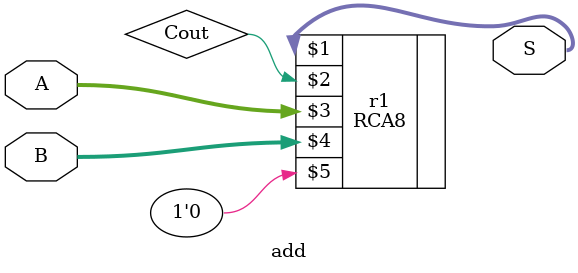
<source format=v>
module add(S,A,B);

    input [7:0] A,B;
    output [7:0] S;

    wire Cout;

    // Adding the two numbers 
    RCA8 r1 (S,Cout,A,B,1'b0);

endmodule

// Addition of the two number using the RCA - 8 bit adder
</source>
